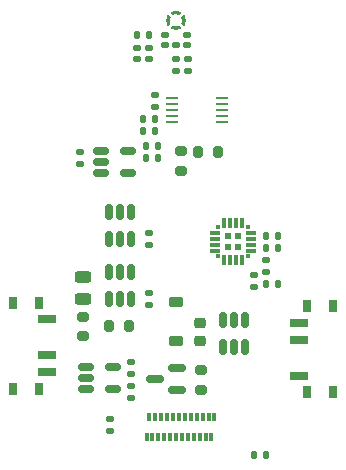
<source format=gbr>
%TF.GenerationSoftware,KiCad,Pcbnew,9.0.0*%
%TF.CreationDate,2025-05-10T20:39:51+02:00*%
%TF.ProjectId,ESP32CAM Shield,45535033-3243-4414-9d20-536869656c64,rev?*%
%TF.SameCoordinates,Original*%
%TF.FileFunction,Paste,Top*%
%TF.FilePolarity,Positive*%
%FSLAX46Y46*%
G04 Gerber Fmt 4.6, Leading zero omitted, Abs format (unit mm)*
G04 Created by KiCad (PCBNEW 9.0.0) date 2025-05-10 20:39:51*
%MOMM*%
%LPD*%
G01*
G04 APERTURE LIST*
G04 Aperture macros list*
%AMRoundRect*
0 Rectangle with rounded corners*
0 $1 Rounding radius*
0 $2 $3 $4 $5 $6 $7 $8 $9 X,Y pos of 4 corners*
0 Add a 4 corners polygon primitive as box body*
4,1,4,$2,$3,$4,$5,$6,$7,$8,$9,$2,$3,0*
0 Add four circle primitives for the rounded corners*
1,1,$1+$1,$2,$3*
1,1,$1+$1,$4,$5*
1,1,$1+$1,$6,$7*
1,1,$1+$1,$8,$9*
0 Add four rect primitives between the rounded corners*
20,1,$1+$1,$2,$3,$4,$5,0*
20,1,$1+$1,$4,$5,$6,$7,0*
20,1,$1+$1,$6,$7,$8,$9,0*
20,1,$1+$1,$8,$9,$2,$3,0*%
G04 Aperture macros list end*
%ADD10C,0.000000*%
%ADD11RoundRect,0.140000X-0.140000X-0.170000X0.140000X-0.170000X0.140000X0.170000X-0.140000X0.170000X0*%
%ADD12RoundRect,0.140000X-0.170000X0.140000X-0.170000X-0.140000X0.170000X-0.140000X0.170000X0.140000X0*%
%ADD13RoundRect,0.135000X0.135000X0.185000X-0.135000X0.185000X-0.135000X-0.185000X0.135000X-0.185000X0*%
%ADD14RoundRect,0.140000X0.170000X-0.140000X0.170000X0.140000X-0.170000X0.140000X-0.170000X-0.140000X0*%
%ADD15RoundRect,0.135000X-0.185000X0.135000X-0.185000X-0.135000X0.185000X-0.135000X0.185000X0.135000X0*%
%ADD16RoundRect,0.150000X0.587500X0.150000X-0.587500X0.150000X-0.587500X-0.150000X0.587500X-0.150000X0*%
%ADD17RoundRect,0.225000X0.375000X-0.225000X0.375000X0.225000X-0.375000X0.225000X-0.375000X-0.225000X0*%
%ADD18RoundRect,0.150000X0.150000X-0.512500X0.150000X0.512500X-0.150000X0.512500X-0.150000X-0.512500X0*%
%ADD19R,0.540000X0.540000*%
%ADD20R,0.300000X0.300000*%
%ADD21R,0.300000X0.900000*%
%ADD22R,0.900000X0.300000*%
%ADD23RoundRect,0.200000X-0.275000X0.200000X-0.275000X-0.200000X0.275000X-0.200000X0.275000X0.200000X0*%
%ADD24RoundRect,0.200000X0.275000X-0.200000X0.275000X0.200000X-0.275000X0.200000X-0.275000X-0.200000X0*%
%ADD25RoundRect,0.150000X-0.512500X-0.150000X0.512500X-0.150000X0.512500X0.150000X-0.512500X0.150000X0*%
%ADD26RoundRect,0.135000X-0.135000X-0.185000X0.135000X-0.185000X0.135000X0.185000X-0.135000X0.185000X0*%
%ADD27R,0.800000X1.000000*%
%ADD28R,1.500000X0.700000*%
%ADD29RoundRect,0.135000X0.185000X-0.135000X0.185000X0.135000X-0.185000X0.135000X-0.185000X-0.135000X0*%
%ADD30RoundRect,0.200000X0.200000X0.275000X-0.200000X0.275000X-0.200000X-0.275000X0.200000X-0.275000X0*%
%ADD31RoundRect,0.150000X-0.150000X0.512500X-0.150000X-0.512500X0.150000X-0.512500X0.150000X0.512500X0*%
%ADD32RoundRect,0.225000X0.250000X-0.225000X0.250000X0.225000X-0.250000X0.225000X-0.250000X-0.225000X0*%
%ADD33RoundRect,0.243750X0.456250X-0.243750X0.456250X0.243750X-0.456250X0.243750X-0.456250X-0.243750X0*%
%ADD34R,1.100000X0.250000*%
%ADD35R,0.300000X0.700000*%
%ADD36RoundRect,0.130500X0.169500X0.130500X-0.169500X0.130500X-0.169500X-0.130500X0.169500X-0.130500X0*%
G04 APERTURE END LIST*
D10*
%TO.C,MK1*%
G36*
X138765900Y-64503300D02*
G01*
X138724200Y-64578700D01*
X138695700Y-64660000D01*
X138681300Y-64744900D01*
X138681300Y-64831100D01*
X138695700Y-64916000D01*
X138724200Y-64997300D01*
X138765900Y-65072700D01*
X138551100Y-65287400D01*
X138468700Y-65158000D01*
X138412000Y-65015400D01*
X138383100Y-64864700D01*
X138383100Y-64711300D01*
X138412000Y-64560600D01*
X138468700Y-64418000D01*
X138551100Y-64288600D01*
X138765900Y-64503300D01*
G37*
G36*
X139419400Y-64008000D02*
G01*
X139562000Y-64064700D01*
X139691400Y-64147100D01*
X139476700Y-64361900D01*
X139401300Y-64320200D01*
X139320000Y-64291700D01*
X139235100Y-64277300D01*
X139148900Y-64277300D01*
X139064000Y-64291700D01*
X138982700Y-64320200D01*
X138907300Y-64361900D01*
X138692600Y-64147100D01*
X138822000Y-64064700D01*
X138964600Y-64008000D01*
X139115300Y-63979100D01*
X139268700Y-63979100D01*
X139419400Y-64008000D01*
G37*
G36*
X139691400Y-65428900D02*
G01*
X139562000Y-65511300D01*
X139419400Y-65568000D01*
X139268700Y-65596900D01*
X139115300Y-65596900D01*
X138964600Y-65568000D01*
X138822000Y-65511300D01*
X138692600Y-65428900D01*
X138907300Y-65214100D01*
X138982700Y-65255800D01*
X139064000Y-65284300D01*
X139148900Y-65298700D01*
X139235100Y-65298700D01*
X139320000Y-65284300D01*
X139401300Y-65255800D01*
X139476700Y-65214100D01*
X139691400Y-65428900D01*
G37*
G36*
X139915300Y-64418000D02*
G01*
X139972000Y-64560600D01*
X140000900Y-64711300D01*
X140000900Y-64864700D01*
X139972000Y-65015400D01*
X139915300Y-65158000D01*
X139832900Y-65287400D01*
X139618100Y-65072700D01*
X139659800Y-64997300D01*
X139688300Y-64916000D01*
X139702700Y-64831100D01*
X139702700Y-64744900D01*
X139688300Y-64660000D01*
X139659800Y-64578700D01*
X139618100Y-64503300D01*
X139832900Y-64288600D01*
X139915300Y-64418000D01*
G37*
%TD*%
D11*
%TO.C,C5*%
X136680000Y-75438000D03*
X137640000Y-75438000D03*
%TD*%
D12*
%TO.C,C3*%
X136906000Y-67112000D03*
X136906000Y-68072000D03*
%TD*%
D11*
%TO.C,C4*%
X136680000Y-76454000D03*
X137640000Y-76454000D03*
%TD*%
D13*
%TO.C,R16*%
X147832000Y-83058000D03*
X146812000Y-83058000D03*
%TD*%
D14*
%TO.C,C1*%
X135382000Y-96746000D03*
X135382000Y-95786000D03*
%TD*%
D15*
%TO.C,R18*%
X133604000Y-98548000D03*
X133604000Y-99568000D03*
%TD*%
D13*
%TO.C,R8*%
X137414000Y-74168000D03*
X136394000Y-74168000D03*
%TD*%
D16*
%TO.C,Q1*%
X139289000Y-96134000D03*
X139289000Y-94234000D03*
X137414000Y-95184000D03*
%TD*%
D15*
%TO.C,R10*%
X140208000Y-68070000D03*
X140208000Y-69090000D03*
%TD*%
D17*
%TO.C,D1*%
X139192000Y-91946000D03*
X139192000Y-88646000D03*
%TD*%
D18*
%TO.C,U6*%
X143134000Y-92456000D03*
X144084000Y-92456000D03*
X145034000Y-92456000D03*
X145034000Y-90181000D03*
X144084000Y-90181000D03*
X143134000Y-90181000D03*
%TD*%
D19*
%TO.C,U5*%
X143564000Y-83990000D03*
X144464000Y-83990000D03*
X143564000Y-83090000D03*
X144464000Y-83090000D03*
D20*
X142764000Y-84790000D03*
D21*
X143264000Y-85090000D03*
X143764000Y-85090000D03*
X144264000Y-85090000D03*
X144764000Y-85090000D03*
D20*
X145264000Y-84790000D03*
D22*
X145564000Y-84290000D03*
X145564000Y-83790000D03*
X145564000Y-83290000D03*
X145564000Y-82790000D03*
D20*
X145264000Y-82290000D03*
D21*
X144764000Y-81990000D03*
X144264000Y-81990000D03*
X143764000Y-81990000D03*
X143264000Y-81990000D03*
D20*
X142764000Y-82290000D03*
D22*
X142464000Y-82790000D03*
X142464000Y-83290000D03*
X142464000Y-83790000D03*
X142464000Y-84290000D03*
%TD*%
D23*
%TO.C,R5*%
X139637000Y-75883000D03*
X139637000Y-77533000D03*
%TD*%
D24*
%TO.C,R3*%
X131318000Y-91566000D03*
X131318000Y-89916000D03*
%TD*%
D25*
%TO.C,U2*%
X132853000Y-75824000D03*
X132853000Y-76774000D03*
X132853000Y-77724000D03*
X135128000Y-77724000D03*
X135128000Y-75824000D03*
%TD*%
D26*
%TO.C,R15*%
X146810000Y-84074000D03*
X147830000Y-84074000D03*
%TD*%
D27*
%TO.C,SW2*%
X127602000Y-88712000D03*
X125392000Y-88712000D03*
X127602000Y-96012000D03*
X125392000Y-96012000D03*
D28*
X128252000Y-90112000D03*
X128252000Y-93112000D03*
X128252000Y-94612000D03*
%TD*%
D29*
%TO.C,R2*%
X135382000Y-94744000D03*
X135382000Y-93724000D03*
%TD*%
%TO.C,R12*%
X136906000Y-83822000D03*
X136906000Y-82802000D03*
%TD*%
D30*
%TO.C,R7*%
X135191000Y-90678000D03*
X133541000Y-90678000D03*
%TD*%
D12*
%TO.C,C10*%
X145768000Y-86388000D03*
X145768000Y-87348000D03*
%TD*%
%TO.C,C6*%
X135890000Y-67140000D03*
X135890000Y-68100000D03*
%TD*%
D26*
%TO.C,R17*%
X145792000Y-101600000D03*
X146812000Y-101600000D03*
%TD*%
D23*
%TO.C,R1*%
X141321000Y-94425000D03*
X141321000Y-96075000D03*
%TD*%
D29*
%TO.C,R14*%
X146812000Y-86108000D03*
X146812000Y-85088000D03*
%TD*%
D31*
%TO.C,Q2*%
X135382000Y-81037000D03*
X134432000Y-81037000D03*
X133482000Y-81037000D03*
X133482000Y-83312000D03*
X134432000Y-83312000D03*
X135382000Y-83312000D03*
%TD*%
D13*
%TO.C,R9*%
X137416000Y-73152000D03*
X136396000Y-73152000D03*
%TD*%
D11*
%TO.C,C9*%
X146840000Y-87122000D03*
X147800000Y-87122000D03*
%TD*%
D32*
%TO.C,C2*%
X141224000Y-91948000D03*
X141224000Y-90398000D03*
%TD*%
D13*
%TO.C,R11*%
X136908000Y-66040000D03*
X135888000Y-66040000D03*
%TD*%
D15*
%TO.C,R13*%
X139192000Y-68070000D03*
X139192000Y-69090000D03*
%TD*%
D27*
%TO.C,SW1*%
X150274000Y-96300000D03*
X152484000Y-96300000D03*
X150274000Y-89000000D03*
X152484000Y-89000000D03*
D28*
X149624000Y-94900000D03*
X149624000Y-91900000D03*
X149624000Y-90400000D03*
%TD*%
D31*
%TO.C,U4*%
X135382000Y-86117000D03*
X134432000Y-86117000D03*
X133482000Y-86117000D03*
X133482000Y-88392000D03*
X134432000Y-88392000D03*
X135382000Y-88392000D03*
%TD*%
D33*
%TO.C,D2*%
X131318000Y-88392000D03*
X131318000Y-86517000D03*
%TD*%
D34*
%TO.C,U3*%
X143120000Y-73390000D03*
X143120000Y-72890000D03*
X143120000Y-72390000D03*
X143120000Y-71890000D03*
X143120000Y-71390000D03*
X138820000Y-71390000D03*
X138820000Y-71890000D03*
X138820000Y-72390000D03*
X138820000Y-72890000D03*
X138820000Y-73390000D03*
%TD*%
D25*
%TO.C,U1*%
X131572000Y-94112000D03*
X131572000Y-95062000D03*
X131572000Y-96012000D03*
X133847000Y-96012000D03*
X133847000Y-94112000D03*
%TD*%
D14*
%TO.C,C7*%
X136906000Y-88872000D03*
X136906000Y-87912000D03*
%TD*%
D35*
%TO.C,J4*%
X136950000Y-98358000D03*
X137450000Y-98358000D03*
X137950000Y-98358000D03*
X138450000Y-98358000D03*
X138950000Y-98358000D03*
X139450000Y-98358000D03*
X139950000Y-98358000D03*
X140450000Y-98358000D03*
X140950000Y-98358000D03*
X141450000Y-98358000D03*
X141950000Y-98358000D03*
X142450000Y-98358000D03*
X142200000Y-100058000D03*
X141700000Y-100058000D03*
X141200000Y-100058000D03*
X140700000Y-100058000D03*
X140200000Y-100058000D03*
X139700000Y-100058000D03*
X139200000Y-100058000D03*
X138700000Y-100058000D03*
X138200000Y-100058000D03*
X137700000Y-100058000D03*
X137200000Y-100058000D03*
X136700000Y-100058000D03*
%TD*%
D30*
%TO.C,R6*%
X142748000Y-75946000D03*
X141098000Y-75946000D03*
%TD*%
D36*
%TO.C,MK1*%
X140092000Y-66862000D03*
X140092000Y-66040000D03*
X138292000Y-66040000D03*
X138292000Y-66862000D03*
X139192000Y-66862000D03*
%TD*%
D14*
%TO.C,C8*%
X137414000Y-72108000D03*
X137414000Y-71148000D03*
%TD*%
D29*
%TO.C,R4*%
X131064000Y-76964000D03*
X131064000Y-75944000D03*
%TD*%
M02*

</source>
